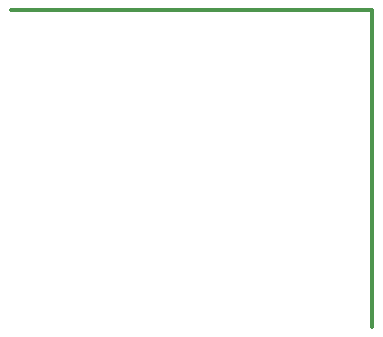
<source format=gbr>
G04 Created by Delta Design Version 2.6.36104.0403*
G04 Date: 11.09.2020 14:45:25*
G04 Project: Programming the device ESP-07*
G04 File name: BOARD_OUTLINE*
G04 File format: RS274X*

G04 Parameters*
%FSAN2X44Y44D3M2*%
%MIA0B0*%
%MOMM*%
%IOA0B0*%
%SFA1B1*%
%IJ*%
%IR0*%
G04 End parameters*
G04 Aperture macros*

G04 End Aperture macros*
G04 Apertures*
%ADD10C,.300000*%
G04 End apertures*
G04 Layers*
%LNBOARD_OUTLINE*%
%SRX1Y1I0J0*%
G54D10*
G01X-00158000Y-00100000D02*
G01X00148000Y-00100000D01*
G01X00148000Y00168500D01*
G01X-00158000Y00168500D01*
G01X-00158000Y-00100000D01*
G04 End Layers*
M02*
</source>
